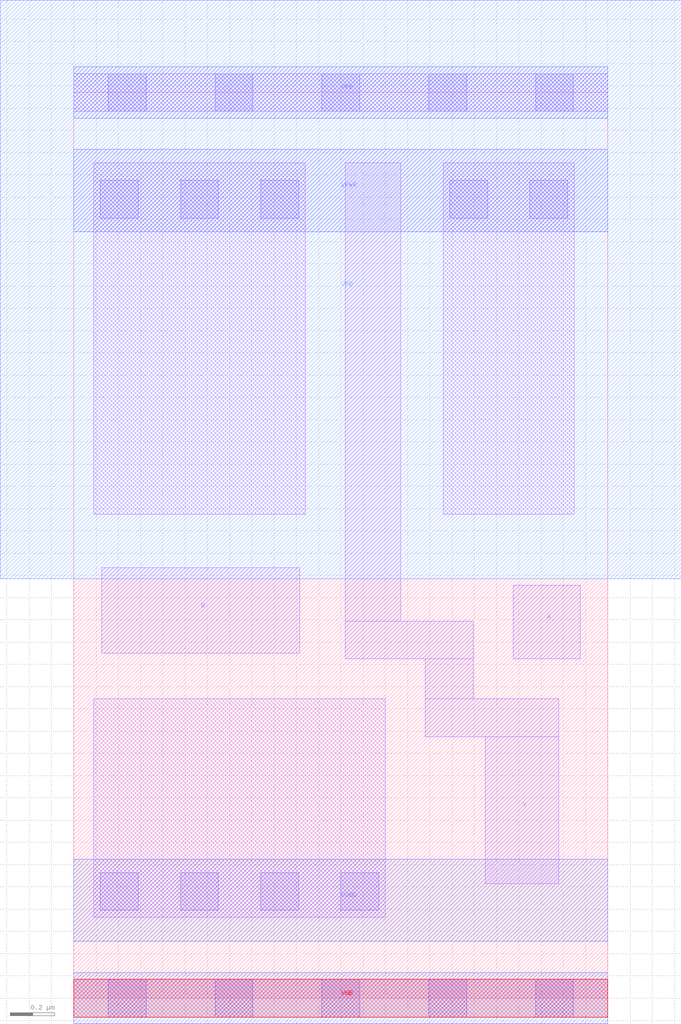
<source format=lef>
# Copyright 2020 The SkyWater PDK Authors
#
# Licensed under the Apache License, Version 2.0 (the "License");
# you may not use this file except in compliance with the License.
# You may obtain a copy of the License at
#
#     https://www.apache.org/licenses/LICENSE-2.0
#
# Unless required by applicable law or agreed to in writing, software
# distributed under the License is distributed on an "AS IS" BASIS,
# WITHOUT WARRANTIES OR CONDITIONS OF ANY KIND, either express or implied.
# See the License for the specific language governing permissions and
# limitations under the License.
#
# SPDX-License-Identifier: Apache-2.0

VERSION 5.7 ;
  NOWIREEXTENSIONATPIN ON ;
  DIVIDERCHAR "/" ;
  BUSBITCHARS "[]" ;
MACRO sky130_fd_sc_hvl__nand2_1
  CLASS CORE ;
  FOREIGN sky130_fd_sc_hvl__nand2_1 ;
  ORIGIN  0.000000  0.000000 ;
  SIZE  2.400000 BY  4.070000 ;
  SYMMETRY X Y ;
  SITE unithv ;
  PIN A
    ANTENNAGATEAREA  1.125000 ;
    DIRECTION INPUT ;
    USE SIGNAL ;
    PORT
      LAYER li1 ;
        RECT 1.975000 1.525000 2.275000 1.855000 ;
    END
  END A
  PIN B
    ANTENNAGATEAREA  1.125000 ;
    DIRECTION INPUT ;
    USE SIGNAL ;
    PORT
      LAYER li1 ;
        RECT 0.125000 1.550000 1.015000 1.935000 ;
    END
  END B
  PIN Y
    ANTENNADIFFAREA  0.633750 ;
    DIRECTION OUTPUT ;
    USE SIGNAL ;
    PORT
      LAYER li1 ;
        RECT 1.220000 1.525000 1.795000 1.695000 ;
        RECT 1.220000 1.695000 1.470000 3.755000 ;
        RECT 1.580000 1.175000 2.180000 1.345000 ;
        RECT 1.580000 1.345000 1.795000 1.525000 ;
        RECT 1.850000 0.515000 2.180000 1.175000 ;
    END
  END Y
  PIN VGND
    DIRECTION INOUT ;
    USE GROUND ;
    PORT
      LAYER met1 ;
        RECT 0.000000 0.255000 2.400000 0.625000 ;
    END
  END VGND
  PIN VNB
    DIRECTION INOUT ;
    USE GROUND ;
    PORT
      LAYER met1 ;
        RECT 0.000000 -0.115000 2.400000 0.115000 ;
      LAYER pwell ;
        RECT 0.000000 -0.085000 2.400000 0.085000 ;
    END
  END VNB
  PIN VPB
    DIRECTION INOUT ;
    USE POWER ;
    PORT
      LAYER met1 ;
        RECT 0.000000 3.955000 2.400000 4.185000 ;
      LAYER nwell ;
        RECT -0.330000 1.885000 2.730000 4.485000 ;
    END
  END VPB
  PIN VPWR
    DIRECTION INOUT ;
    USE POWER ;
    PORT
      LAYER met1 ;
        RECT 0.000000 3.445000 2.400000 3.815000 ;
    END
  END VPWR
  OBS
    LAYER li1 ;
      RECT 0.000000 -0.085000 2.400000 0.085000 ;
      RECT 0.000000  3.985000 2.400000 4.155000 ;
      RECT 0.090000  0.365000 1.400000 1.345000 ;
      RECT 0.090000  2.175000 1.040000 3.755000 ;
      RECT 1.660000  2.175000 2.250000 3.755000 ;
    LAYER mcon ;
      RECT 0.120000  0.395000 0.290000 0.565000 ;
      RECT 0.120000  3.505000 0.290000 3.675000 ;
      RECT 0.155000 -0.085000 0.325000 0.085000 ;
      RECT 0.155000  3.985000 0.325000 4.155000 ;
      RECT 0.480000  0.395000 0.650000 0.565000 ;
      RECT 0.480000  3.505000 0.650000 3.675000 ;
      RECT 0.635000 -0.085000 0.805000 0.085000 ;
      RECT 0.635000  3.985000 0.805000 4.155000 ;
      RECT 0.840000  0.395000 1.010000 0.565000 ;
      RECT 0.840000  3.505000 1.010000 3.675000 ;
      RECT 1.115000 -0.085000 1.285000 0.085000 ;
      RECT 1.115000  3.985000 1.285000 4.155000 ;
      RECT 1.200000  0.395000 1.370000 0.565000 ;
      RECT 1.595000 -0.085000 1.765000 0.085000 ;
      RECT 1.595000  3.985000 1.765000 4.155000 ;
      RECT 1.690000  3.505000 1.860000 3.675000 ;
      RECT 2.050000  3.505000 2.220000 3.675000 ;
      RECT 2.075000 -0.085000 2.245000 0.085000 ;
      RECT 2.075000  3.985000 2.245000 4.155000 ;
  END
END sky130_fd_sc_hvl__nand2_1
END LIBRARY

</source>
